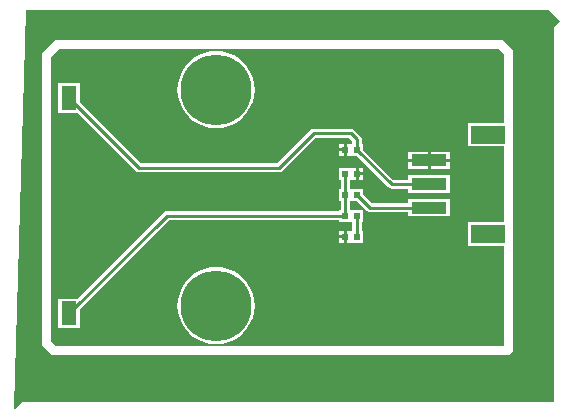
<source format=gtl>
%FSLAX23Y23*%
%MOIN*%
G70*
G01*
G75*
G04 Layer_Physical_Order=1*
G04 Layer_Color=255*
%ADD10R,0.024X0.020*%
%ADD11R,0.118X0.059*%
%ADD12R,0.118X0.039*%
%ADD13R,0.051X0.079*%
%ADD14C,0.010*%
%ADD15C,0.236*%
%ADD16C,0.039*%
G36*
X1715Y1105D02*
X1695Y1085D01*
Y-165D01*
X-75D01*
X-100Y-190D01*
X-105Y-188D01*
X-65Y1140D01*
X1680D01*
X1715Y1105D01*
D02*
G37*
%LPC*%
G36*
X1520Y1040D02*
X40D01*
X34Y1039D01*
X29Y1036D01*
X-6Y1001D01*
X-9Y996D01*
X-10Y990D01*
Y30D01*
X-10Y30D01*
X-10D01*
X-9Y24D01*
X-6Y19D01*
X19Y-6D01*
X24Y-9D01*
X25Y-9D01*
X30Y-10D01*
X1540D01*
X1546Y-9D01*
X1551Y-6D01*
X1551Y-6D01*
X1551Y-6D01*
X1556Y-1D01*
X1559Y4D01*
X1560Y10D01*
X1560Y10D01*
X1560Y10D01*
Y10D01*
Y1000D01*
X1559Y1005D01*
X1559Y1006D01*
X1556Y1011D01*
X1531Y1036D01*
X1526Y1039D01*
X1520Y1040D01*
D02*
G37*
%LPD*%
G36*
X1530Y994D02*
Y765D01*
X1408D01*
Y686D01*
X1530D01*
Y434D01*
X1408D01*
Y355D01*
X1530D01*
Y20D01*
X36D01*
X20Y36D01*
Y984D01*
X46Y1010D01*
X1514D01*
X1530Y994D01*
D02*
G37*
%LPC*%
G36*
X1035Y615D02*
X979D01*
Y575D01*
X985D01*
Y545D01*
X979D01*
Y505D01*
X985D01*
Y475D01*
X979D01*
Y470D01*
X406D01*
X400Y469D01*
X395Y466D01*
X108Y178D01*
X44D01*
Y80D01*
X116D01*
Y143D01*
X412Y440D01*
X979D01*
Y435D01*
X1024D01*
Y405D01*
X1005D01*
Y385D01*
Y365D01*
X1061D01*
Y405D01*
X1055D01*
Y435D01*
X1061D01*
Y475D01*
X1016D01*
Y505D01*
X1038D01*
X1073Y470D01*
X1073D01*
X1073Y470D01*
X1073Y470D01*
Y470D01*
X1078Y467D01*
X1083Y466D01*
X1211D01*
Y452D01*
X1349D01*
Y511D01*
X1211D01*
Y497D01*
X1090D01*
X1061Y525D01*
Y545D01*
X1016D01*
Y575D01*
X1035D01*
Y595D01*
Y615D01*
D02*
G37*
G36*
X116Y896D02*
X44D01*
Y797D01*
X108D01*
X301Y604D01*
X306Y601D01*
X312Y600D01*
X780D01*
X786Y601D01*
X791Y604D01*
X791Y604D01*
X791Y604D01*
X901Y715D01*
X1014D01*
X1024Y704D01*
Y695D01*
X1005D01*
Y675D01*
Y655D01*
X1038D01*
X1144Y549D01*
X1144D01*
X1144Y549D01*
X1144D01*
X1144Y549D01*
Y549D01*
X1144Y549D01*
Y549D01*
X1149Y546D01*
X1155Y545D01*
X1211D01*
Y530D01*
X1349D01*
Y590D01*
X1211D01*
Y575D01*
X1161D01*
X1061Y675D01*
Y695D01*
X1055D01*
Y710D01*
X1054Y716D01*
X1050Y721D01*
X1031Y741D01*
X1026Y744D01*
X1020Y745D01*
X895D01*
X889Y744D01*
X884Y741D01*
X774Y630D01*
X318D01*
X116Y833D01*
Y896D01*
D02*
G37*
G36*
X995Y405D02*
X979D01*
Y390D01*
X995D01*
Y405D01*
D02*
G37*
G36*
X570Y284D02*
X550Y282D01*
X530Y277D01*
X512Y269D01*
X494Y259D01*
X479Y246D01*
X466Y231D01*
X456Y213D01*
X448Y195D01*
X443Y175D01*
X441Y155D01*
X443Y135D01*
X448Y115D01*
X456Y97D01*
X466Y79D01*
X479Y64D01*
X494Y51D01*
X512Y41D01*
X530Y33D01*
X550Y28D01*
X570Y26D01*
X590Y28D01*
X610Y33D01*
X628Y41D01*
X646Y51D01*
X661Y64D01*
X674Y79D01*
X684Y97D01*
X692Y115D01*
X697Y135D01*
X699Y155D01*
X697Y175D01*
X692Y195D01*
X684Y213D01*
X674Y231D01*
X661Y246D01*
X646Y259D01*
X628Y269D01*
X610Y277D01*
X590Y282D01*
X570Y284D01*
D02*
G37*
G36*
X995Y380D02*
X979D01*
Y365D01*
X995D01*
Y380D01*
D02*
G37*
G36*
X1061Y590D02*
X1045D01*
Y575D01*
X1061D01*
Y590D01*
D02*
G37*
G36*
X995Y670D02*
X979D01*
Y655D01*
X995D01*
Y670D01*
D02*
G37*
G36*
X1349Y668D02*
X1285D01*
Y644D01*
X1349D01*
Y668D01*
D02*
G37*
G36*
X570Y1004D02*
X550Y1002D01*
X530Y997D01*
X512Y989D01*
X494Y979D01*
X479Y966D01*
X466Y951D01*
X456Y933D01*
X448Y915D01*
X443Y895D01*
X441Y875D01*
X443Y855D01*
X448Y835D01*
X456Y817D01*
X466Y799D01*
X479Y784D01*
X494Y771D01*
X512Y761D01*
X530Y753D01*
X550Y748D01*
X570Y746D01*
X590Y748D01*
X610Y753D01*
X628Y761D01*
X646Y771D01*
X661Y784D01*
X674Y799D01*
X684Y817D01*
X692Y835D01*
X697Y855D01*
X699Y875D01*
X697Y895D01*
X692Y915D01*
X684Y933D01*
X674Y951D01*
X661Y966D01*
X646Y979D01*
X628Y989D01*
X610Y997D01*
X590Y1002D01*
X570Y1004D01*
D02*
G37*
G36*
X995Y695D02*
X979D01*
Y680D01*
X995D01*
Y695D01*
D02*
G37*
G36*
X1275Y634D02*
X1211D01*
Y609D01*
X1275D01*
Y634D01*
D02*
G37*
G36*
X1061Y615D02*
X1045D01*
Y600D01*
X1061D01*
Y615D01*
D02*
G37*
G36*
X1275Y668D02*
X1211D01*
Y644D01*
X1275D01*
Y668D01*
D02*
G37*
G36*
X1349Y634D02*
X1285D01*
Y609D01*
X1349D01*
Y634D01*
D02*
G37*
%LPD*%
D10*
X1040Y595D02*
D03*
X1000D02*
D03*
X1000Y455D02*
D03*
X1040D02*
D03*
X1040Y525D02*
D03*
X1000D02*
D03*
X1040Y385D02*
D03*
X1000D02*
D03*
X1000Y675D02*
D03*
X1040D02*
D03*
D11*
X1477Y395D02*
D03*
Y725D02*
D03*
D12*
X1280Y639D02*
D03*
Y481D02*
D03*
Y560D02*
D03*
Y639D02*
D03*
D13*
X80Y847D02*
D03*
Y129D02*
D03*
D14*
X1155Y560D02*
X1280D01*
X1040Y675D02*
X1155Y560D01*
X1040Y675D02*
Y710D01*
X1020Y730D02*
X1040Y710D01*
X895Y730D02*
X1020D01*
X780Y615D02*
X895Y730D01*
X312Y615D02*
X780D01*
X80Y847D02*
X312Y615D01*
X1000Y525D02*
Y595D01*
Y455D02*
Y525D01*
X406Y455D02*
X1000D01*
X80Y129D02*
X406Y455D01*
X1040Y385D02*
Y455D01*
Y525D02*
X1083Y481D01*
X1280D01*
D15*
X570Y155D02*
D03*
Y875D02*
D03*
D16*
X659Y155D02*
D03*
X633Y92D02*
D03*
X570Y66D02*
D03*
X507Y92D02*
D03*
X481Y155D02*
D03*
X570Y244D02*
D03*
X633Y218D02*
D03*
X507D02*
D03*
X659Y875D02*
D03*
X633Y812D02*
D03*
X570Y786D02*
D03*
X507Y812D02*
D03*
X481Y875D02*
D03*
X570Y964D02*
D03*
X633Y938D02*
D03*
X507D02*
D03*
M02*

</source>
